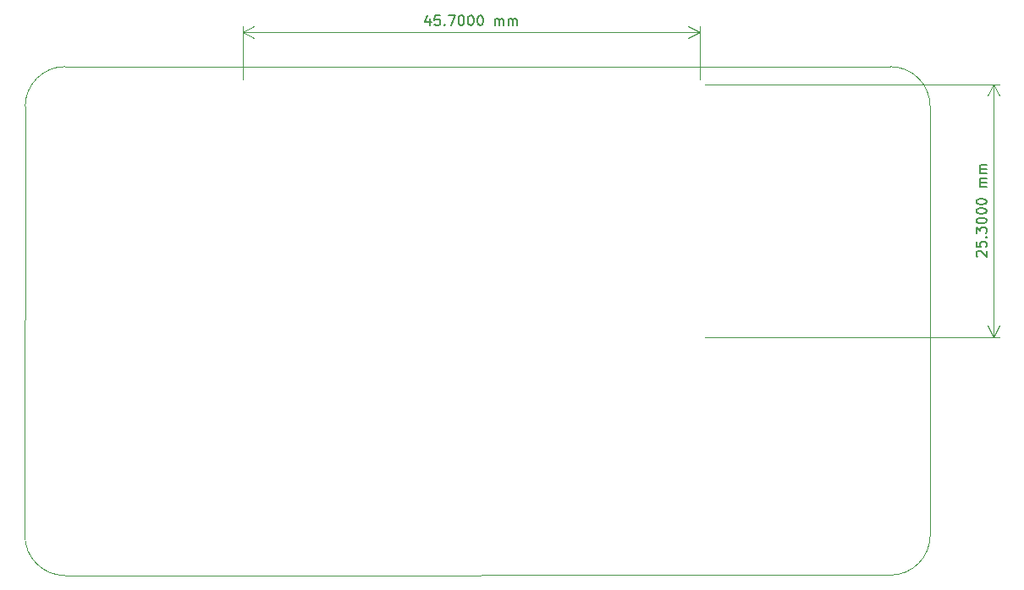
<source format=gbr>
%TF.GenerationSoftware,KiCad,Pcbnew,8.0.6*%
%TF.CreationDate,2025-10-28T17:51:58+09:00*%
%TF.ProjectId,Drone_hacking_PCB,44726f6e-655f-4686-9163-6b696e675f50,rev?*%
%TF.SameCoordinates,Original*%
%TF.FileFunction,Profile,NP*%
%FSLAX46Y46*%
G04 Gerber Fmt 4.6, Leading zero omitted, Abs format (unit mm)*
G04 Created by KiCad (PCBNEW 8.0.6) date 2025-10-28 17:51:58*
%MOMM*%
%LPD*%
G01*
G04 APERTURE LIST*
%ADD10C,0.150000*%
%TA.AperFunction,Profile*%
%ADD11C,0.050000*%
%TD*%
%TA.AperFunction,Profile*%
%ADD12C,0.100000*%
%TD*%
G04 APERTURE END LIST*
D10*
X136507143Y-58238152D02*
X136507143Y-58904819D01*
X136269048Y-57857200D02*
X136030953Y-58571485D01*
X136030953Y-58571485D02*
X136650000Y-58571485D01*
X137507143Y-57904819D02*
X137030953Y-57904819D01*
X137030953Y-57904819D02*
X136983334Y-58381009D01*
X136983334Y-58381009D02*
X137030953Y-58333390D01*
X137030953Y-58333390D02*
X137126191Y-58285771D01*
X137126191Y-58285771D02*
X137364286Y-58285771D01*
X137364286Y-58285771D02*
X137459524Y-58333390D01*
X137459524Y-58333390D02*
X137507143Y-58381009D01*
X137507143Y-58381009D02*
X137554762Y-58476247D01*
X137554762Y-58476247D02*
X137554762Y-58714342D01*
X137554762Y-58714342D02*
X137507143Y-58809580D01*
X137507143Y-58809580D02*
X137459524Y-58857200D01*
X137459524Y-58857200D02*
X137364286Y-58904819D01*
X137364286Y-58904819D02*
X137126191Y-58904819D01*
X137126191Y-58904819D02*
X137030953Y-58857200D01*
X137030953Y-58857200D02*
X136983334Y-58809580D01*
X137983334Y-58809580D02*
X138030953Y-58857200D01*
X138030953Y-58857200D02*
X137983334Y-58904819D01*
X137983334Y-58904819D02*
X137935715Y-58857200D01*
X137935715Y-58857200D02*
X137983334Y-58809580D01*
X137983334Y-58809580D02*
X137983334Y-58904819D01*
X138364286Y-57904819D02*
X139030952Y-57904819D01*
X139030952Y-57904819D02*
X138602381Y-58904819D01*
X139602381Y-57904819D02*
X139697619Y-57904819D01*
X139697619Y-57904819D02*
X139792857Y-57952438D01*
X139792857Y-57952438D02*
X139840476Y-58000057D01*
X139840476Y-58000057D02*
X139888095Y-58095295D01*
X139888095Y-58095295D02*
X139935714Y-58285771D01*
X139935714Y-58285771D02*
X139935714Y-58523866D01*
X139935714Y-58523866D02*
X139888095Y-58714342D01*
X139888095Y-58714342D02*
X139840476Y-58809580D01*
X139840476Y-58809580D02*
X139792857Y-58857200D01*
X139792857Y-58857200D02*
X139697619Y-58904819D01*
X139697619Y-58904819D02*
X139602381Y-58904819D01*
X139602381Y-58904819D02*
X139507143Y-58857200D01*
X139507143Y-58857200D02*
X139459524Y-58809580D01*
X139459524Y-58809580D02*
X139411905Y-58714342D01*
X139411905Y-58714342D02*
X139364286Y-58523866D01*
X139364286Y-58523866D02*
X139364286Y-58285771D01*
X139364286Y-58285771D02*
X139411905Y-58095295D01*
X139411905Y-58095295D02*
X139459524Y-58000057D01*
X139459524Y-58000057D02*
X139507143Y-57952438D01*
X139507143Y-57952438D02*
X139602381Y-57904819D01*
X140554762Y-57904819D02*
X140650000Y-57904819D01*
X140650000Y-57904819D02*
X140745238Y-57952438D01*
X140745238Y-57952438D02*
X140792857Y-58000057D01*
X140792857Y-58000057D02*
X140840476Y-58095295D01*
X140840476Y-58095295D02*
X140888095Y-58285771D01*
X140888095Y-58285771D02*
X140888095Y-58523866D01*
X140888095Y-58523866D02*
X140840476Y-58714342D01*
X140840476Y-58714342D02*
X140792857Y-58809580D01*
X140792857Y-58809580D02*
X140745238Y-58857200D01*
X140745238Y-58857200D02*
X140650000Y-58904819D01*
X140650000Y-58904819D02*
X140554762Y-58904819D01*
X140554762Y-58904819D02*
X140459524Y-58857200D01*
X140459524Y-58857200D02*
X140411905Y-58809580D01*
X140411905Y-58809580D02*
X140364286Y-58714342D01*
X140364286Y-58714342D02*
X140316667Y-58523866D01*
X140316667Y-58523866D02*
X140316667Y-58285771D01*
X140316667Y-58285771D02*
X140364286Y-58095295D01*
X140364286Y-58095295D02*
X140411905Y-58000057D01*
X140411905Y-58000057D02*
X140459524Y-57952438D01*
X140459524Y-57952438D02*
X140554762Y-57904819D01*
X141507143Y-57904819D02*
X141602381Y-57904819D01*
X141602381Y-57904819D02*
X141697619Y-57952438D01*
X141697619Y-57952438D02*
X141745238Y-58000057D01*
X141745238Y-58000057D02*
X141792857Y-58095295D01*
X141792857Y-58095295D02*
X141840476Y-58285771D01*
X141840476Y-58285771D02*
X141840476Y-58523866D01*
X141840476Y-58523866D02*
X141792857Y-58714342D01*
X141792857Y-58714342D02*
X141745238Y-58809580D01*
X141745238Y-58809580D02*
X141697619Y-58857200D01*
X141697619Y-58857200D02*
X141602381Y-58904819D01*
X141602381Y-58904819D02*
X141507143Y-58904819D01*
X141507143Y-58904819D02*
X141411905Y-58857200D01*
X141411905Y-58857200D02*
X141364286Y-58809580D01*
X141364286Y-58809580D02*
X141316667Y-58714342D01*
X141316667Y-58714342D02*
X141269048Y-58523866D01*
X141269048Y-58523866D02*
X141269048Y-58285771D01*
X141269048Y-58285771D02*
X141316667Y-58095295D01*
X141316667Y-58095295D02*
X141364286Y-58000057D01*
X141364286Y-58000057D02*
X141411905Y-57952438D01*
X141411905Y-57952438D02*
X141507143Y-57904819D01*
X143030953Y-58904819D02*
X143030953Y-58238152D01*
X143030953Y-58333390D02*
X143078572Y-58285771D01*
X143078572Y-58285771D02*
X143173810Y-58238152D01*
X143173810Y-58238152D02*
X143316667Y-58238152D01*
X143316667Y-58238152D02*
X143411905Y-58285771D01*
X143411905Y-58285771D02*
X143459524Y-58381009D01*
X143459524Y-58381009D02*
X143459524Y-58904819D01*
X143459524Y-58381009D02*
X143507143Y-58285771D01*
X143507143Y-58285771D02*
X143602381Y-58238152D01*
X143602381Y-58238152D02*
X143745238Y-58238152D01*
X143745238Y-58238152D02*
X143840477Y-58285771D01*
X143840477Y-58285771D02*
X143888096Y-58381009D01*
X143888096Y-58381009D02*
X143888096Y-58904819D01*
X144364286Y-58904819D02*
X144364286Y-58238152D01*
X144364286Y-58333390D02*
X144411905Y-58285771D01*
X144411905Y-58285771D02*
X144507143Y-58238152D01*
X144507143Y-58238152D02*
X144650000Y-58238152D01*
X144650000Y-58238152D02*
X144745238Y-58285771D01*
X144745238Y-58285771D02*
X144792857Y-58381009D01*
X144792857Y-58381009D02*
X144792857Y-58904819D01*
X144792857Y-58381009D02*
X144840476Y-58285771D01*
X144840476Y-58285771D02*
X144935714Y-58238152D01*
X144935714Y-58238152D02*
X145078571Y-58238152D01*
X145078571Y-58238152D02*
X145173810Y-58285771D01*
X145173810Y-58285771D02*
X145221429Y-58381009D01*
X145221429Y-58381009D02*
X145221429Y-58904819D01*
D11*
X163500000Y-64300000D02*
X163500000Y-59013580D01*
X117800000Y-64300000D02*
X117800000Y-59013580D01*
X163500000Y-59600000D02*
X117800000Y-59600000D01*
X163500000Y-59600000D02*
X117800000Y-59600000D01*
X163500000Y-59600000D02*
X162373496Y-60186421D01*
X163500000Y-59600000D02*
X162373496Y-59013579D01*
X117800000Y-59600000D02*
X118926504Y-59013579D01*
X117800000Y-59600000D02*
X118926504Y-60186421D01*
D10*
X191300057Y-82069046D02*
X191252438Y-82021427D01*
X191252438Y-82021427D02*
X191204819Y-81926189D01*
X191204819Y-81926189D02*
X191204819Y-81688094D01*
X191204819Y-81688094D02*
X191252438Y-81592856D01*
X191252438Y-81592856D02*
X191300057Y-81545237D01*
X191300057Y-81545237D02*
X191395295Y-81497618D01*
X191395295Y-81497618D02*
X191490533Y-81497618D01*
X191490533Y-81497618D02*
X191633390Y-81545237D01*
X191633390Y-81545237D02*
X192204819Y-82116665D01*
X192204819Y-82116665D02*
X192204819Y-81497618D01*
X191204819Y-80592856D02*
X191204819Y-81069046D01*
X191204819Y-81069046D02*
X191681009Y-81116665D01*
X191681009Y-81116665D02*
X191633390Y-81069046D01*
X191633390Y-81069046D02*
X191585771Y-80973808D01*
X191585771Y-80973808D02*
X191585771Y-80735713D01*
X191585771Y-80735713D02*
X191633390Y-80640475D01*
X191633390Y-80640475D02*
X191681009Y-80592856D01*
X191681009Y-80592856D02*
X191776247Y-80545237D01*
X191776247Y-80545237D02*
X192014342Y-80545237D01*
X192014342Y-80545237D02*
X192109580Y-80592856D01*
X192109580Y-80592856D02*
X192157200Y-80640475D01*
X192157200Y-80640475D02*
X192204819Y-80735713D01*
X192204819Y-80735713D02*
X192204819Y-80973808D01*
X192204819Y-80973808D02*
X192157200Y-81069046D01*
X192157200Y-81069046D02*
X192109580Y-81116665D01*
X192109580Y-80116665D02*
X192157200Y-80069046D01*
X192157200Y-80069046D02*
X192204819Y-80116665D01*
X192204819Y-80116665D02*
X192157200Y-80164284D01*
X192157200Y-80164284D02*
X192109580Y-80116665D01*
X192109580Y-80116665D02*
X192204819Y-80116665D01*
X191204819Y-79735713D02*
X191204819Y-79116666D01*
X191204819Y-79116666D02*
X191585771Y-79449999D01*
X191585771Y-79449999D02*
X191585771Y-79307142D01*
X191585771Y-79307142D02*
X191633390Y-79211904D01*
X191633390Y-79211904D02*
X191681009Y-79164285D01*
X191681009Y-79164285D02*
X191776247Y-79116666D01*
X191776247Y-79116666D02*
X192014342Y-79116666D01*
X192014342Y-79116666D02*
X192109580Y-79164285D01*
X192109580Y-79164285D02*
X192157200Y-79211904D01*
X192157200Y-79211904D02*
X192204819Y-79307142D01*
X192204819Y-79307142D02*
X192204819Y-79592856D01*
X192204819Y-79592856D02*
X192157200Y-79688094D01*
X192157200Y-79688094D02*
X192109580Y-79735713D01*
X191204819Y-78497618D02*
X191204819Y-78402380D01*
X191204819Y-78402380D02*
X191252438Y-78307142D01*
X191252438Y-78307142D02*
X191300057Y-78259523D01*
X191300057Y-78259523D02*
X191395295Y-78211904D01*
X191395295Y-78211904D02*
X191585771Y-78164285D01*
X191585771Y-78164285D02*
X191823866Y-78164285D01*
X191823866Y-78164285D02*
X192014342Y-78211904D01*
X192014342Y-78211904D02*
X192109580Y-78259523D01*
X192109580Y-78259523D02*
X192157200Y-78307142D01*
X192157200Y-78307142D02*
X192204819Y-78402380D01*
X192204819Y-78402380D02*
X192204819Y-78497618D01*
X192204819Y-78497618D02*
X192157200Y-78592856D01*
X192157200Y-78592856D02*
X192109580Y-78640475D01*
X192109580Y-78640475D02*
X192014342Y-78688094D01*
X192014342Y-78688094D02*
X191823866Y-78735713D01*
X191823866Y-78735713D02*
X191585771Y-78735713D01*
X191585771Y-78735713D02*
X191395295Y-78688094D01*
X191395295Y-78688094D02*
X191300057Y-78640475D01*
X191300057Y-78640475D02*
X191252438Y-78592856D01*
X191252438Y-78592856D02*
X191204819Y-78497618D01*
X191204819Y-77545237D02*
X191204819Y-77449999D01*
X191204819Y-77449999D02*
X191252438Y-77354761D01*
X191252438Y-77354761D02*
X191300057Y-77307142D01*
X191300057Y-77307142D02*
X191395295Y-77259523D01*
X191395295Y-77259523D02*
X191585771Y-77211904D01*
X191585771Y-77211904D02*
X191823866Y-77211904D01*
X191823866Y-77211904D02*
X192014342Y-77259523D01*
X192014342Y-77259523D02*
X192109580Y-77307142D01*
X192109580Y-77307142D02*
X192157200Y-77354761D01*
X192157200Y-77354761D02*
X192204819Y-77449999D01*
X192204819Y-77449999D02*
X192204819Y-77545237D01*
X192204819Y-77545237D02*
X192157200Y-77640475D01*
X192157200Y-77640475D02*
X192109580Y-77688094D01*
X192109580Y-77688094D02*
X192014342Y-77735713D01*
X192014342Y-77735713D02*
X191823866Y-77783332D01*
X191823866Y-77783332D02*
X191585771Y-77783332D01*
X191585771Y-77783332D02*
X191395295Y-77735713D01*
X191395295Y-77735713D02*
X191300057Y-77688094D01*
X191300057Y-77688094D02*
X191252438Y-77640475D01*
X191252438Y-77640475D02*
X191204819Y-77545237D01*
X191204819Y-76592856D02*
X191204819Y-76497618D01*
X191204819Y-76497618D02*
X191252438Y-76402380D01*
X191252438Y-76402380D02*
X191300057Y-76354761D01*
X191300057Y-76354761D02*
X191395295Y-76307142D01*
X191395295Y-76307142D02*
X191585771Y-76259523D01*
X191585771Y-76259523D02*
X191823866Y-76259523D01*
X191823866Y-76259523D02*
X192014342Y-76307142D01*
X192014342Y-76307142D02*
X192109580Y-76354761D01*
X192109580Y-76354761D02*
X192157200Y-76402380D01*
X192157200Y-76402380D02*
X192204819Y-76497618D01*
X192204819Y-76497618D02*
X192204819Y-76592856D01*
X192204819Y-76592856D02*
X192157200Y-76688094D01*
X192157200Y-76688094D02*
X192109580Y-76735713D01*
X192109580Y-76735713D02*
X192014342Y-76783332D01*
X192014342Y-76783332D02*
X191823866Y-76830951D01*
X191823866Y-76830951D02*
X191585771Y-76830951D01*
X191585771Y-76830951D02*
X191395295Y-76783332D01*
X191395295Y-76783332D02*
X191300057Y-76735713D01*
X191300057Y-76735713D02*
X191252438Y-76688094D01*
X191252438Y-76688094D02*
X191204819Y-76592856D01*
X192204819Y-75069046D02*
X191538152Y-75069046D01*
X191633390Y-75069046D02*
X191585771Y-75021427D01*
X191585771Y-75021427D02*
X191538152Y-74926189D01*
X191538152Y-74926189D02*
X191538152Y-74783332D01*
X191538152Y-74783332D02*
X191585771Y-74688094D01*
X191585771Y-74688094D02*
X191681009Y-74640475D01*
X191681009Y-74640475D02*
X192204819Y-74640475D01*
X191681009Y-74640475D02*
X191585771Y-74592856D01*
X191585771Y-74592856D02*
X191538152Y-74497618D01*
X191538152Y-74497618D02*
X191538152Y-74354761D01*
X191538152Y-74354761D02*
X191585771Y-74259522D01*
X191585771Y-74259522D02*
X191681009Y-74211903D01*
X191681009Y-74211903D02*
X192204819Y-74211903D01*
X192204819Y-73735713D02*
X191538152Y-73735713D01*
X191633390Y-73735713D02*
X191585771Y-73688094D01*
X191585771Y-73688094D02*
X191538152Y-73592856D01*
X191538152Y-73592856D02*
X191538152Y-73449999D01*
X191538152Y-73449999D02*
X191585771Y-73354761D01*
X191585771Y-73354761D02*
X191681009Y-73307142D01*
X191681009Y-73307142D02*
X192204819Y-73307142D01*
X191681009Y-73307142D02*
X191585771Y-73259523D01*
X191585771Y-73259523D02*
X191538152Y-73164285D01*
X191538152Y-73164285D02*
X191538152Y-73021428D01*
X191538152Y-73021428D02*
X191585771Y-72926189D01*
X191585771Y-72926189D02*
X191681009Y-72878570D01*
X191681009Y-72878570D02*
X192204819Y-72878570D01*
D11*
X164000000Y-64800000D02*
X193486420Y-64800000D01*
X164000000Y-90100000D02*
X193486420Y-90100000D01*
X192900000Y-64800000D02*
X192900000Y-90100000D01*
X192900000Y-64800000D02*
X192900000Y-90100000D01*
X192900000Y-64800000D02*
X193486421Y-65926504D01*
X192900000Y-64800000D02*
X192313579Y-65926504D01*
X192900000Y-90100000D02*
X192313579Y-88973496D01*
X192900000Y-90100000D02*
X193486421Y-88973496D01*
X182571573Y-113971573D02*
X100000000Y-114000000D01*
X100028427Y-63028427D02*
X182571573Y-63028427D01*
D12*
X186571573Y-109971573D02*
G75*
G02*
X182571573Y-113971573I-3999973J-27D01*
G01*
D11*
X96000000Y-110000000D02*
X96028427Y-67028427D01*
X186571573Y-67028427D02*
X186571573Y-109971573D01*
D12*
X96028427Y-67028427D02*
G75*
G02*
X100028427Y-63028427I3999973J27D01*
G01*
X100000000Y-114000000D02*
G75*
G02*
X96000000Y-110000000I0J4000000D01*
G01*
X182571573Y-63028427D02*
G75*
G02*
X186571573Y-67028427I27J-3999973D01*
G01*
M02*

</source>
